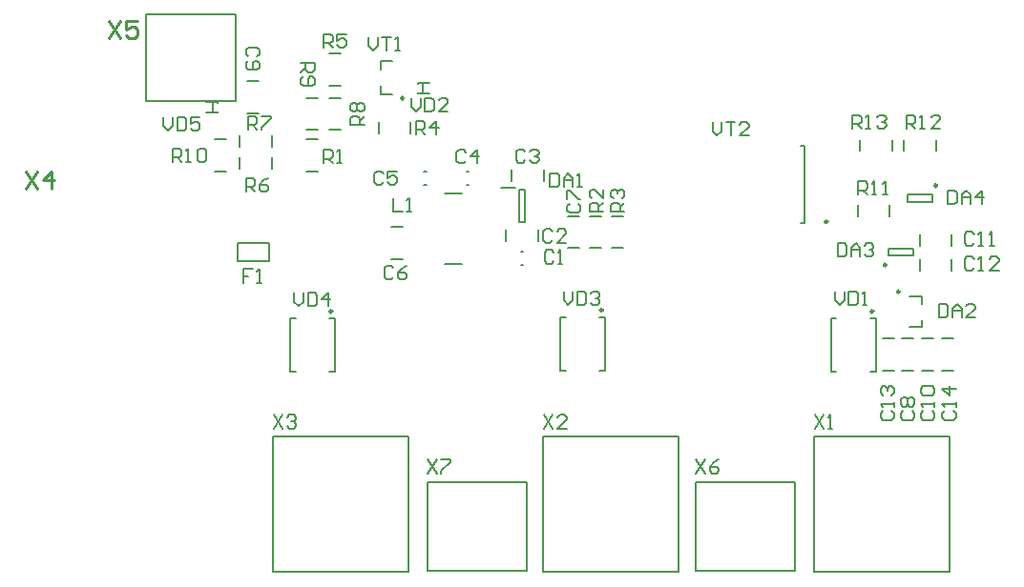
<source format=gto>
G04*
G04 #@! TF.GenerationSoftware,Altium Limited,Altium Designer,23.4.1 (23)*
G04*
G04 Layer_Color=65535*
%FSLAX44Y44*%
%MOMM*%
G71*
G04*
G04 #@! TF.SameCoordinates,1CC85F37-83BB-4277-A685-93E53EEA7533*
G04*
G04*
G04 #@! TF.FilePolarity,Positive*
G04*
G01*
G75*
%ADD10C,0.2500*%
%ADD11C,0.2000*%
%ADD12C,0.1500*%
%ADD13C,0.2540*%
D10*
X781250Y250000D02*
G03*
X781250Y250000I-1250J0D01*
G01*
X814250Y344250D02*
G03*
X814250Y344250I-1250J0D01*
G01*
X769250Y273750D02*
G03*
X769250Y273750I-1250J0D01*
G01*
X717250Y312150D02*
G03*
X717250Y312150I-1250J0D01*
G01*
X757750Y232500D02*
G03*
X757750Y232500I-1250J0D01*
G01*
X277750D02*
G03*
X277750Y232500I-1250J0D01*
G01*
X517750Y233500D02*
G03*
X517750Y233500I-1250J0D01*
G01*
X341250Y422000D02*
G03*
X341250Y422000I-1250J0D01*
G01*
D11*
X789500Y245500D02*
X800500D01*
Y239000D02*
Y245500D01*
X789500Y218500D02*
X800500D01*
Y225000D01*
X788000Y330000D02*
X810000D01*
X788000Y336000D02*
X810000D01*
X788000Y330000D02*
Y336000D01*
X810000Y330000D02*
Y336000D01*
X771000Y288000D02*
X793000D01*
X771000Y282000D02*
X793000D01*
Y288000D01*
X771000Y282000D02*
Y288000D01*
X693500Y379200D02*
X697000D01*
Y311200D02*
Y379200D01*
X693500Y311200D02*
X697000D01*
X450000Y2000D02*
Y81000D01*
X362000Y2000D02*
X450000D01*
X362000Y81000D02*
X450000D01*
X362000Y2000D02*
Y81000D01*
X465000Y1001D02*
Y121001D01*
X585000D01*
Y1001D02*
Y121001D01*
Y1001D02*
X585001Y1000D01*
X465001D02*
X585001D01*
X465000Y1001D02*
X465001Y1000D01*
X688000Y2000D02*
Y81000D01*
X600000Y2000D02*
X688000D01*
X600000Y81000D02*
X688000D01*
X600000Y2000D02*
Y81000D01*
X705000Y1001D02*
Y121001D01*
X825000D01*
Y1001D02*
Y121001D01*
Y1001D02*
X825001Y1000D01*
X705001D02*
X825001D01*
X705000Y1001D02*
X705001Y1000D01*
X359000Y357000D02*
X361000D01*
X359000Y345000D02*
X361000D01*
X720000Y179000D02*
X725000D01*
X720000Y226000D02*
X725000D01*
X755000Y179000D02*
X760000D01*
X755000Y226000D02*
X760000D01*
X720000Y179000D02*
Y226000D01*
X760000Y179000D02*
Y226000D01*
X280000Y179000D02*
Y226000D01*
X240000Y179000D02*
Y226000D01*
X275000D02*
X280000D01*
X275000Y179000D02*
X280000D01*
X240000Y226000D02*
X245000D01*
X240000Y179000D02*
X245000D01*
X480000Y180000D02*
X485000D01*
X480000Y227000D02*
X485000D01*
X515000Y180000D02*
X520000D01*
X515000Y227000D02*
X520000D01*
X480000Y180000D02*
Y227000D01*
X520000Y180000D02*
Y227000D01*
X427250Y342000D02*
X439750D01*
X443250Y311500D02*
Y340500D01*
Y311500D02*
X448750D01*
Y340500D01*
X443250D02*
X448750D01*
X397000Y357000D02*
X399000D01*
X397000Y345000D02*
X399000D01*
X321000Y425000D02*
X331000D01*
X321000D02*
Y433000D01*
Y455000D02*
X331000D01*
X321000Y447000D02*
Y455000D01*
X445000Y274000D02*
X447000D01*
X445000Y286000D02*
X447000D01*
X225000Y1000D02*
Y121000D01*
X345000D01*
Y1000D02*
Y121000D01*
Y1000D02*
X345001Y999D01*
X225001D02*
X345001D01*
X225000Y1000D02*
X225001Y999D01*
D12*
X112650Y419000D02*
X192150D01*
Y496000D01*
X112650D02*
X192150D01*
X112650Y419000D02*
Y496000D01*
X766000Y208150D02*
X776000D01*
X766000Y179650D02*
X776000D01*
X798750Y269000D02*
Y279000D01*
X827250Y269000D02*
Y279000D01*
X819000Y208250D02*
X829000D01*
X819000Y179750D02*
X829000D01*
X774250Y375000D02*
Y385000D01*
X745750Y375000D02*
Y385000D01*
X813250Y375000D02*
Y385000D01*
X784750Y375000D02*
Y385000D01*
X798950Y291000D02*
Y301000D01*
X827450Y291000D02*
Y301000D01*
X801000Y208250D02*
X811000D01*
X801000Y179750D02*
X811000D01*
X783000Y208250D02*
X793000D01*
X783000Y179750D02*
X793000D01*
X772250Y317000D02*
Y327000D01*
X743750Y317000D02*
Y327000D01*
X193500Y277000D02*
X221500D01*
X193500D02*
Y293000D01*
X221500D01*
Y277000D02*
Y293000D01*
X526000Y288750D02*
X536000D01*
X526000Y317250D02*
X536000D01*
X330000Y307250D02*
X340000D01*
X330000Y278750D02*
X340000D01*
X202000Y437150D02*
X212000D01*
X202000Y408650D02*
X212000D01*
X175900Y417750D02*
Y418750D01*
Y409250D02*
Y410250D01*
X165900Y409250D02*
X175900D01*
X165900Y418750D02*
X175900D01*
X172150Y409250D02*
Y418750D01*
X275000Y461350D02*
X285000D01*
X275000Y432850D02*
X285000D01*
X255000Y385350D02*
X265000D01*
X255000Y356850D02*
X265000D01*
X318650Y390500D02*
Y400500D01*
X347150Y390500D02*
Y400500D01*
X173229Y356982D02*
X183229D01*
X173229Y385482D02*
X183229D01*
X195750Y359000D02*
Y369000D01*
X224250Y359000D02*
Y369000D01*
Y379000D02*
Y389000D01*
X195750Y379000D02*
Y389000D01*
X275000Y422250D02*
X285000D01*
X275000Y393750D02*
X285000D01*
X255000Y422250D02*
X265000D01*
X255000Y393750D02*
X265000D01*
X506500Y317250D02*
X516500D01*
X506500Y288750D02*
X516500D01*
X465250Y348000D02*
Y358000D01*
X436750Y348000D02*
Y358000D01*
X377500Y337500D02*
X392500D01*
X377500Y274500D02*
X392500D01*
X354000Y426250D02*
Y427250D01*
Y434750D02*
Y435750D01*
Y435750D02*
X364000D01*
X354000Y426250D02*
X364000D01*
X357750Y426250D02*
Y435750D01*
X460250Y295000D02*
Y305000D01*
X431750Y295000D02*
Y305000D01*
X487000Y288750D02*
X497000D01*
X487000Y317250D02*
X497000D01*
X821001Y144002D02*
X819002Y142003D01*
Y138004D01*
X821001Y136005D01*
X828999D01*
X830998Y138004D01*
Y142003D01*
X828999Y144002D01*
X830998Y148001D02*
Y152000D01*
Y150000D01*
X819002D01*
X821001Y148001D01*
X830998Y163996D02*
X819002D01*
X825000Y157998D01*
Y165995D01*
X766001Y144002D02*
X764002Y142003D01*
Y138004D01*
X766001Y136005D01*
X773999D01*
X775998Y138004D01*
Y142003D01*
X773999Y144002D01*
X775998Y148001D02*
Y152000D01*
Y150000D01*
X764002D01*
X766001Y148001D01*
Y157998D02*
X764002Y159997D01*
Y163996D01*
X766001Y165995D01*
X768001D01*
X770000Y163996D01*
Y161996D01*
Y163996D01*
X771999Y165995D01*
X773999D01*
X775998Y163996D01*
Y159997D01*
X773999Y157998D01*
X847002Y278999D02*
X845003Y280998D01*
X841004D01*
X839005Y278999D01*
Y271001D01*
X841004Y269002D01*
X845003D01*
X847002Y271001D01*
X851001Y269002D02*
X855000D01*
X853000D01*
Y280998D01*
X851001Y278999D01*
X868995Y269002D02*
X860998D01*
X868995Y276999D01*
Y278999D01*
X866996Y280998D01*
X862997D01*
X860998Y278999D01*
X615188Y400616D02*
Y392619D01*
X619187Y388620D01*
X623185Y392619D01*
Y400616D01*
X627184D02*
X635182D01*
X631183D01*
Y388620D01*
X647178D02*
X639180D01*
X647178Y396617D01*
Y398617D01*
X645178Y400616D01*
X641180D01*
X639180Y398617D01*
X787005Y395002D02*
Y406998D01*
X793003D01*
X795002Y404999D01*
Y401000D01*
X793003Y399001D01*
X787005D01*
X791003D02*
X795002Y395002D01*
X799001D02*
X803000D01*
X801000D01*
Y406998D01*
X799001Y404999D01*
X816995Y395002D02*
X808998D01*
X816995Y402999D01*
Y404999D01*
X814996Y406998D01*
X810997D01*
X808998Y404999D01*
X739105Y395002D02*
Y406998D01*
X745103D01*
X747102Y404999D01*
Y401000D01*
X745103Y399001D01*
X739105D01*
X743104D02*
X747102Y395002D01*
X751101D02*
X755100D01*
X753100D01*
Y406998D01*
X751101Y404999D01*
X761098D02*
X763097Y406998D01*
X767096D01*
X769095Y404999D01*
Y402999D01*
X767096Y401000D01*
X765097D01*
X767096D01*
X769095Y399001D01*
Y397001D01*
X767096Y395002D01*
X763097D01*
X761098Y397001D01*
X824005Y339998D02*
Y328002D01*
X830003D01*
X832003Y330001D01*
Y337999D01*
X830003Y339998D01*
X824005D01*
X836001Y328002D02*
Y335999D01*
X840000Y339998D01*
X843999Y335999D01*
Y328002D01*
Y334000D01*
X836001D01*
X853996Y328002D02*
Y339998D01*
X847997Y334000D01*
X855995D01*
X744474Y336042D02*
Y348038D01*
X750472D01*
X752471Y346039D01*
Y342040D01*
X750472Y340041D01*
X744474D01*
X748473D02*
X752471Y336042D01*
X756470D02*
X760469D01*
X758469D01*
Y348038D01*
X756470Y346039D01*
X766467Y336042D02*
X770466D01*
X768466D01*
Y348038D01*
X766467Y346039D01*
X726005Y292998D02*
Y281002D01*
X732003D01*
X734003Y283001D01*
Y290999D01*
X732003Y292998D01*
X726005D01*
X738001Y281002D02*
Y288999D01*
X742000Y292998D01*
X745999Y288999D01*
Y281002D01*
Y287000D01*
X738001D01*
X749997Y290999D02*
X751997Y292998D01*
X755995D01*
X757995Y290999D01*
Y288999D01*
X755995Y287000D01*
X753996D01*
X755995D01*
X757995Y285001D01*
Y283001D01*
X755995Y281002D01*
X751997D01*
X749997Y283001D01*
X816005Y238998D02*
Y227002D01*
X822003D01*
X824003Y229001D01*
Y236999D01*
X822003Y238998D01*
X816005D01*
X828001Y227002D02*
Y234999D01*
X832000Y238998D01*
X835999Y234999D01*
Y227002D01*
Y233000D01*
X828001D01*
X847995Y227002D02*
X839997D01*
X847995Y234999D01*
Y236999D01*
X845995Y238998D01*
X841997D01*
X839997Y236999D01*
X847002Y300999D02*
X845002Y302998D01*
X841004D01*
X839004Y300999D01*
Y293001D01*
X841004Y291002D01*
X845002D01*
X847002Y293001D01*
X851000Y291002D02*
X854999D01*
X853000D01*
Y302998D01*
X851000Y300999D01*
X860997Y291002D02*
X864996D01*
X862997D01*
Y302998D01*
X860997Y300999D01*
X802001Y144002D02*
X800002Y142003D01*
Y138004D01*
X802001Y136005D01*
X809999D01*
X811998Y138004D01*
Y142003D01*
X809999Y144002D01*
X811998Y148001D02*
Y152000D01*
Y150000D01*
X800002D01*
X802001Y148001D01*
Y157998D02*
X800002Y159997D01*
Y163996D01*
X802001Y165995D01*
X809999D01*
X811998Y163996D01*
Y159997D01*
X809999Y157998D01*
X802001D01*
X784001Y144001D02*
X782002Y142001D01*
Y138003D01*
X784001Y136003D01*
X791999D01*
X793998Y138003D01*
Y142001D01*
X791999Y144001D01*
X784001Y147999D02*
X782002Y149999D01*
Y153997D01*
X784001Y155997D01*
X786001D01*
X788000Y153997D01*
X789999Y155997D01*
X791999D01*
X793998Y153997D01*
Y149999D01*
X791999Y147999D01*
X789999D01*
X788000Y149999D01*
X786001Y147999D01*
X784001D01*
X788000Y149999D02*
Y153997D01*
X362458Y100642D02*
X370455Y88646D01*
Y100642D02*
X362458Y88646D01*
X374454Y100642D02*
X382452D01*
Y98643D01*
X374454Y90645D01*
Y88646D01*
X600456Y100642D02*
X608453Y88646D01*
Y100642D02*
X600456Y88646D01*
X620449Y100642D02*
X616451Y98643D01*
X612452Y94644D01*
Y90645D01*
X614451Y88646D01*
X618450D01*
X620449Y90645D01*
Y92645D01*
X618450Y94644D01*
X612452D01*
X309880Y476308D02*
Y468311D01*
X313879Y464312D01*
X317877Y468311D01*
Y476308D01*
X321876D02*
X329874D01*
X325875D01*
Y464312D01*
X333872D02*
X337871D01*
X335872D01*
Y476308D01*
X333872Y474309D01*
X128005Y404998D02*
Y397001D01*
X132004Y393002D01*
X136003Y397001D01*
Y404998D01*
X140001D02*
Y393002D01*
X145999D01*
X147999Y395001D01*
Y402999D01*
X145999Y404998D01*
X140001D01*
X159995D02*
X151997D01*
Y399000D01*
X155996Y400999D01*
X157996D01*
X159995Y399000D01*
Y395001D01*
X157996Y393002D01*
X153997D01*
X151997Y395001D01*
X136005Y365002D02*
Y376998D01*
X142003D01*
X144002Y374999D01*
Y371000D01*
X142003Y369001D01*
X136005D01*
X140004D02*
X144002Y365002D01*
X148001D02*
X152000D01*
X150000D01*
Y376998D01*
X148001Y374999D01*
X157998D02*
X159997Y376998D01*
X163996D01*
X165995Y374999D01*
Y367001D01*
X163996Y365002D01*
X159997D01*
X157998Y367001D01*
Y374999D01*
X250002Y452997D02*
X261998D01*
Y446999D01*
X259999Y444999D01*
X256000D01*
X254001Y446999D01*
Y452997D01*
Y448998D02*
X250002Y444999D01*
X252001Y441001D02*
X250002Y439001D01*
Y435003D01*
X252001Y433003D01*
X259999D01*
X261998Y435003D01*
Y439001D01*
X259999Y441001D01*
X257999D01*
X256000Y439001D01*
Y433003D01*
X305998Y398003D02*
X294002D01*
Y404001D01*
X296001Y406001D01*
X300000D01*
X301999Y404001D01*
Y398003D01*
Y402002D02*
X305998Y406001D01*
X296001Y409999D02*
X294002Y411999D01*
Y415997D01*
X296001Y417997D01*
X298001D01*
X300000Y415997D01*
X301999Y417997D01*
X303999D01*
X305998Y415997D01*
Y411999D01*
X303999Y409999D01*
X301999D01*
X300000Y411999D01*
X298001Y409999D01*
X296001D01*
X300000Y411999D02*
Y415997D01*
X203003Y394002D02*
Y405998D01*
X209001D01*
X211001Y403999D01*
Y400000D01*
X209001Y398001D01*
X203003D01*
X207002D02*
X211001Y394002D01*
X214999Y405998D02*
X222997D01*
Y403999D01*
X214999Y396001D01*
Y394002D01*
X201003Y339002D02*
Y350998D01*
X207001D01*
X209001Y348999D01*
Y345000D01*
X207001Y343001D01*
X201003D01*
X205002D02*
X209001Y339002D01*
X220997Y350998D02*
X216998Y348999D01*
X212999Y345000D01*
Y341001D01*
X214999Y339002D01*
X218997D01*
X220997Y341001D01*
Y343001D01*
X218997Y345000D01*
X212999D01*
X270003Y467002D02*
Y478998D01*
X276001D01*
X278001Y476999D01*
Y473000D01*
X276001Y471001D01*
X270003D01*
X274002D02*
X278001Y467002D01*
X289997Y478998D02*
X281999D01*
Y473000D01*
X285998Y474999D01*
X287997D01*
X289997Y473000D01*
Y469001D01*
X287997Y467002D01*
X283999D01*
X281999Y469001D01*
X352003Y390002D02*
Y401998D01*
X358001D01*
X360001Y399999D01*
Y396000D01*
X358001Y394001D01*
X352003D01*
X356002D02*
X360001Y390002D01*
X369997D02*
Y401998D01*
X363999Y396000D01*
X371997D01*
X210999Y458899D02*
X212998Y460899D01*
Y464897D01*
X210999Y466897D01*
X203001D01*
X201002Y464897D01*
Y460899D01*
X203001Y458899D01*
Y454901D02*
X201002Y452901D01*
Y448903D01*
X203001Y446903D01*
X210999D01*
X212998Y448903D01*
Y452901D01*
X210999Y454901D01*
X208999D01*
X207000Y452901D01*
Y446903D01*
X225552Y140520D02*
X233549Y128524D01*
Y140520D02*
X225552Y128524D01*
X237548Y138521D02*
X239548Y140520D01*
X243546D01*
X245546Y138521D01*
Y136521D01*
X243546Y134522D01*
X241547D01*
X243546D01*
X245546Y132523D01*
Y130523D01*
X243546Y128524D01*
X239548D01*
X237548Y130523D01*
X465582Y140520D02*
X473579Y128524D01*
Y140520D02*
X465582Y128524D01*
X485575D02*
X477578D01*
X485575Y136521D01*
Y138521D01*
X483576Y140520D01*
X479577D01*
X477578Y138521D01*
X705612Y140520D02*
X713609Y128524D01*
Y140520D02*
X705612Y128524D01*
X717608D02*
X721607D01*
X719607D01*
Y140520D01*
X717608Y138521D01*
X244005Y248998D02*
Y241001D01*
X248004Y237002D01*
X252003Y241001D01*
Y248998D01*
X256001D02*
Y237002D01*
X261999D01*
X263999Y239001D01*
Y246999D01*
X261999Y248998D01*
X256001D01*
X273995Y237002D02*
Y248998D01*
X267997Y243000D01*
X275995D01*
X483005Y249998D02*
Y242001D01*
X487004Y238002D01*
X491003Y242001D01*
Y249998D01*
X495001D02*
Y238002D01*
X500999D01*
X502999Y240001D01*
Y247999D01*
X500999Y249998D01*
X495001D01*
X506997Y247999D02*
X508997Y249998D01*
X512995D01*
X514995Y247999D01*
Y245999D01*
X512995Y244000D01*
X510996D01*
X512995D01*
X514995Y242001D01*
Y240001D01*
X512995Y238002D01*
X508997D01*
X506997Y240001D01*
X348005Y421998D02*
Y414001D01*
X352004Y410002D01*
X356003Y414001D01*
Y421998D01*
X360001D02*
Y410002D01*
X365999D01*
X367999Y412001D01*
Y419999D01*
X365999Y421998D01*
X360001D01*
X379995Y410002D02*
X371997D01*
X379995Y417999D01*
Y419999D01*
X377995Y421998D01*
X373997D01*
X371997Y419999D01*
X724005Y249998D02*
Y242001D01*
X728003Y238002D01*
X732002Y242001D01*
Y249998D01*
X736001D02*
Y238002D01*
X741999D01*
X743998Y240001D01*
Y247999D01*
X741999Y249998D01*
X736001D01*
X747997Y238002D02*
X751995D01*
X749996D01*
Y249998D01*
X747997Y247999D01*
X471004Y354998D02*
Y343002D01*
X477003D01*
X479002Y345001D01*
Y352999D01*
X477003Y354998D01*
X471004D01*
X483001Y343002D02*
Y350999D01*
X486999Y354998D01*
X490998Y350999D01*
Y343002D01*
Y349000D01*
X483001D01*
X494997Y343002D02*
X498996D01*
X496996D01*
Y354998D01*
X494997Y352999D01*
X332001Y270999D02*
X330001Y272998D01*
X326003D01*
X324003Y270999D01*
Y263001D01*
X326003Y261002D01*
X330001D01*
X332001Y263001D01*
X343997Y272998D02*
X339998Y270999D01*
X335999Y267000D01*
Y263001D01*
X337999Y261002D01*
X341997D01*
X343997Y263001D01*
Y265001D01*
X341997Y267000D01*
X335999D01*
X473001Y303499D02*
X471001Y305498D01*
X467003D01*
X465003Y303499D01*
Y295501D01*
X467003Y293502D01*
X471001D01*
X473001Y295501D01*
X484997Y293502D02*
X476999D01*
X484997Y301499D01*
Y303499D01*
X482997Y305498D01*
X478999D01*
X476999Y303499D01*
X474000Y284999D02*
X472001Y286998D01*
X468002D01*
X466003Y284999D01*
Y277001D01*
X468002Y275002D01*
X472001D01*
X474000Y277001D01*
X477999Y275002D02*
X481997D01*
X479998D01*
Y286998D01*
X477999Y284999D01*
X536998Y321003D02*
X525002D01*
Y327001D01*
X527001Y329001D01*
X531000D01*
X532999Y327001D01*
Y321003D01*
Y325002D02*
X536998Y329001D01*
X527001Y332999D02*
X525002Y334999D01*
Y338997D01*
X527001Y340997D01*
X529001D01*
X531000Y338997D01*
Y336998D01*
Y338997D01*
X532999Y340997D01*
X534999D01*
X536998Y338997D01*
Y334999D01*
X534999Y332999D01*
X517998Y321003D02*
X506002D01*
Y327001D01*
X508001Y329001D01*
X512000D01*
X513999Y327001D01*
Y321003D01*
Y325002D02*
X517998Y329001D01*
Y340997D02*
Y332999D01*
X510001Y340997D01*
X508001D01*
X506002Y338997D01*
Y334999D01*
X508001Y332999D01*
X270003Y364102D02*
Y376098D01*
X276001D01*
X278000Y374099D01*
Y370100D01*
X276001Y368101D01*
X270003D01*
X274001D02*
X278000Y364102D01*
X281999D02*
X285997D01*
X283998D01*
Y376098D01*
X281999Y374099D01*
X332003Y332998D02*
Y321002D01*
X340000D01*
X343999D02*
X347997D01*
X345998D01*
Y332998D01*
X343999Y330999D01*
X207000Y269998D02*
X199003D01*
Y264000D01*
X203001D01*
X199003D01*
Y258002D01*
X210999D02*
X214997D01*
X212998D01*
Y269998D01*
X210999Y267999D01*
X488001Y328001D02*
X486002Y326001D01*
Y322003D01*
X488001Y320003D01*
X495999D01*
X497998Y322003D01*
Y326001D01*
X495999Y328001D01*
X486002Y331999D02*
Y339997D01*
X488001D01*
X495999Y331999D01*
X497998D01*
X323001Y354999D02*
X321001Y356998D01*
X317003D01*
X315003Y354999D01*
Y347001D01*
X317003Y345002D01*
X321001D01*
X323001Y347001D01*
X334997Y356998D02*
X326999D01*
Y351000D01*
X330998Y352999D01*
X332997D01*
X334997Y351000D01*
Y347001D01*
X332997Y345002D01*
X328999D01*
X326999Y347001D01*
X396001Y373999D02*
X394001Y375998D01*
X390003D01*
X388003Y373999D01*
Y366001D01*
X390003Y364002D01*
X394001D01*
X396001Y366001D01*
X405997Y364002D02*
Y375998D01*
X399999Y370000D01*
X407997D01*
X449001Y374499D02*
X447001Y376498D01*
X443003D01*
X441003Y374499D01*
Y366501D01*
X443003Y364502D01*
X447001D01*
X449001Y366501D01*
X452999Y374499D02*
X454999Y376498D01*
X458997D01*
X460997Y374499D01*
Y372499D01*
X458997Y370500D01*
X456998D01*
X458997D01*
X460997Y368501D01*
Y366501D01*
X458997Y364502D01*
X454999D01*
X452999Y366501D01*
D13*
X5842Y356611D02*
X15999Y341376D01*
Y356611D02*
X5842Y341376D01*
X28695D02*
Y356611D01*
X21077Y348993D01*
X31234D01*
X79304Y490617D02*
X89461Y475382D01*
Y490617D02*
X79304Y475382D01*
X104696Y490617D02*
X94539D01*
Y483000D01*
X99618Y485539D01*
X102157D01*
X104696Y483000D01*
Y477922D01*
X102157Y475382D01*
X97078D01*
X94539Y477922D01*
M02*

</source>
